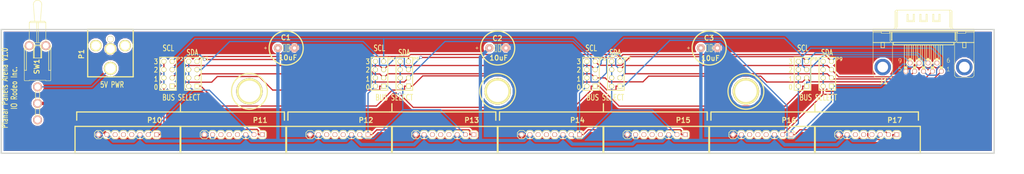
<source format=kicad_pcb>
(kicad_pcb (version 20171130) (host pcbnew 5.1.10)
  (title_block (date "13 feb 2013"))
  (layers (0 Front signal) (31 Back signal) (34 B.Paste user) (35 F.Paste user) (36 B.SilkS user) (37 F.SilkS user) (38 B.Mask user) (39 F.Mask user) (44 Edge.Cuts user))
  (net 0 "")
  (net 1 /5V)
  (net 2 /SCL0)
  (net 3 /SCL1)
  (net 4 /SCL2)
  (net 5 /SCL3)
  (net 6 /SCL_A)
  (net 7 /SCL_B)
  (net 8 /SCL_C)
  (net 9 /SCL_D)
  (net 10 /SDA0)
  (net 11 /SDA1)
  (net 12 /SDA2)
  (net 13 /SDA3)
  (net 14 /SDA_A)
  (net 15 /SDA_B)
  (net 16 /SDA_C)
  (net 17 /SDA_D)
  (net 18 GND)
  (net 19 N-000031)
  (module pin_array_4x2 (layer Front) (at 278.9936 39.0398 90)
    (fp_text reference P9 (at 4.4958 3.683 180) (layer F.SilkS) (effects (font (size 1.016 1.016) (thickness 0.2032))))
    (fp_text value CONN_4X2 hide)
    (pad 1 thru_hole rect (at -3.81 1.27 90) (size 1.524 1.524) (drill 1.016) (layers *.Cu *.Mask F.SilkS) (net 10 /SDA0))
    (pad 2 thru_hole circle (at -3.81 -1.27 90) (size 1.524 1.524) (drill 1.016) (layers *.Cu *.Mask F.SilkS) (net 17 /SDA_D))
    (pad 3 thru_hole circle (at -1.27 1.27 90) (size 1.524 1.524) (drill 1.016) (layers *.Cu *.Mask F.SilkS) (net 11 /SDA1))
    (pad 4 thru_hole circle (at -1.27 -1.27 90) (size 1.524 1.524) (drill 1.016) (layers *.Cu *.Mask F.SilkS) (net 17 /SDA_D))
    (pad 5 thru_hole circle (at 1.27 1.27 90) (size 1.524 1.524) (drill 1.016) (layers *.Cu *.Mask F.SilkS) (net 12 /SDA2))
    (pad 6 thru_hole circle (at 1.27 -1.27 90) (size 1.524 1.524) (drill 1.016) (layers *.Cu *.Mask F.SilkS) (net 17 /SDA_D))
    (pad 7 thru_hole circle (at 3.81 1.27 90) (size 1.524 1.524) (drill 1.016) (layers *.Cu *.Mask F.SilkS) (net 13 /SDA3))
    (pad 8 thru_hole circle (at 3.81 -1.27 90) (size 1.524 1.524) (drill 1.016) (layers *.Cu *.Mask F.SilkS) (net 17 /SDA_D))
  )
  (module pin_array_4x2 (layer Front) (at 271.3736 39.0398 90)
    (fp_text reference P8 (at 4.4958 3.683 180) (layer F.SilkS) (effects (font (size 1.016 1.016) (thickness 0.2032))))
    (fp_text value CONN_4X2 hide)
    (pad 1 thru_hole rect (at -3.81 1.27 90) (size 1.524 1.524) (drill 1.016) (layers *.Cu *.Mask F.SilkS) (net 2 /SCL0))
    (pad 2 thru_hole circle (at -3.81 -1.27 90) (size 1.524 1.524) (drill 1.016) (layers *.Cu *.Mask F.SilkS) (net 9 /SCL_D))
    (pad 3 thru_hole circle (at -1.27 1.27 90) (size 1.524 1.524) (drill 1.016) (layers *.Cu *.Mask F.SilkS) (net 3 /SCL1))
    (pad 4 thru_hole circle (at -1.27 -1.27 90) (size 1.524 1.524) (drill 1.016) (layers *.Cu *.Mask F.SilkS) (net 9 /SCL_D))
    (pad 5 thru_hole circle (at 1.27 1.27 90) (size 1.524 1.524) (drill 1.016) (layers *.Cu *.Mask F.SilkS) (net 4 /SCL2))
    (pad 6 thru_hole circle (at 1.27 -1.27 90) (size 1.524 1.524) (drill 1.016) (layers *.Cu *.Mask F.SilkS) (net 9 /SCL_D))
    (pad 7 thru_hole circle (at 3.81 1.27 90) (size 1.524 1.524) (drill 1.016) (layers *.Cu *.Mask F.SilkS) (net 5 /SCL3))
    (pad 8 thru_hole circle (at 3.81 -1.27 90) (size 1.524 1.524) (drill 1.016) (layers *.Cu *.Mask F.SilkS) (net 9 /SCL_D))
  )
  (module pin_array_4x2 (layer Front) (at 214.0712 39.0398 90)
    (fp_text reference P7 (at 4.5212 3.7084 180) (layer F.SilkS) (effects (font (size 1.016 1.016) (thickness 0.2032))))
    (fp_text value CONN_4X2 hide)
    (pad 1 thru_hole rect (at -3.81 1.27 90) (size 1.524 1.524) (drill 1.016) (layers *.Cu *.Mask F.SilkS) (net 10 /SDA0))
    (pad 2 thru_hole circle (at -3.81 -1.27 90) (size 1.524 1.524) (drill 1.016) (layers *.Cu *.Mask F.SilkS) (net 16 /SDA_C))
    (pad 3 thru_hole circle (at -1.27 1.27 90) (size 1.524 1.524) (drill 1.016) (layers *.Cu *.Mask F.SilkS) (net 11 /SDA1))
    (pad 4 thru_hole circle (at -1.27 -1.27 90) (size 1.524 1.524) (drill 1.016) (layers *.Cu *.Mask F.SilkS) (net 16 /SDA_C))
    (pad 5 thru_hole circle (at 1.27 1.27 90) (size 1.524 1.524) (drill 1.016) (layers *.Cu *.Mask F.SilkS) (net 12 /SDA2))
    (pad 6 thru_hole circle (at 1.27 -1.27 90) (size 1.524 1.524) (drill 1.016) (layers *.Cu *.Mask F.SilkS) (net 16 /SDA_C))
    (pad 7 thru_hole circle (at 3.81 1.27 90) (size 1.524 1.524) (drill 1.016) (layers *.Cu *.Mask F.SilkS) (net 13 /SDA3))
    (pad 8 thru_hole circle (at 3.81 -1.27 90) (size 1.524 1.524) (drill 1.016) (layers *.Cu *.Mask F.SilkS) (net 16 /SDA_C))
  )
  (module pin_array_4x2 (layer Front) (at 76.6064 39.0398 90)
    (fp_text reference P2 (at 4.5466 3.683 180) (layer F.SilkS) (effects (font (size 1.016 1.016) (thickness 0.2032))))
    (fp_text value CONN_4X2 hide)
    (pad 1 thru_hole rect (at -3.81 1.27 90) (size 1.524 1.524) (drill 1.016) (layers *.Cu *.Mask F.SilkS) (net 2 /SCL0))
    (pad 2 thru_hole circle (at -3.81 -1.27 90) (size 1.524 1.524) (drill 1.016) (layers *.Cu *.Mask F.SilkS) (net 6 /SCL_A))
    (pad 3 thru_hole circle (at -1.27 1.27 90) (size 1.524 1.524) (drill 1.016) (layers *.Cu *.Mask F.SilkS) (net 3 /SCL1))
    (pad 4 thru_hole circle (at -1.27 -1.27 90) (size 1.524 1.524) (drill 1.016) (layers *.Cu *.Mask F.SilkS) (net 6 /SCL_A))
    (pad 5 thru_hole circle (at 1.27 1.27 90) (size 1.524 1.524) (drill 1.016) (layers *.Cu *.Mask F.SilkS) (net 4 /SCL2))
    (pad 6 thru_hole circle (at 1.27 -1.27 90) (size 1.524 1.524) (drill 1.016) (layers *.Cu *.Mask F.SilkS) (net 6 /SCL_A))
    (pad 7 thru_hole circle (at 3.81 1.27 90) (size 1.524 1.524) (drill 1.016) (layers *.Cu *.Mask F.SilkS) (net 5 /SCL3))
    (pad 8 thru_hole circle (at 3.81 -1.27 90) (size 1.524 1.524) (drill 1.016) (layers *.Cu *.Mask F.SilkS) (net 6 /SCL_A))
  )
  (module pin_array_4x2 (layer Front) (at 84.2264 39.0398 90)
    (fp_text reference P3 (at 4.5466 3.7338 180) (layer F.SilkS) (effects (font (size 1.016 1.016) (thickness 0.2032))))
    (fp_text value CONN_4X2 hide)
    (pad 1 thru_hole rect (at -3.81 1.27 90) (size 1.524 1.524) (drill 1.016) (layers *.Cu *.Mask F.SilkS) (net 10 /SDA0))
    (pad 2 thru_hole circle (at -3.81 -1.27 90) (size 1.524 1.524) (drill 1.016) (layers *.Cu *.Mask F.SilkS) (net 14 /SDA_A))
    (pad 3 thru_hole circle (at -1.27 1.27 90) (size 1.524 1.524) (drill 1.016) (layers *.Cu *.Mask F.SilkS) (net 11 /SDA1))
    (pad 4 thru_hole circle (at -1.27 -1.27 90) (size 1.524 1.524) (drill 1.016) (layers *.Cu *.Mask F.SilkS) (net 14 /SDA_A))
    (pad 5 thru_hole circle (at 1.27 1.27 90) (size 1.524 1.524) (drill 1.016) (layers *.Cu *.Mask F.SilkS) (net 12 /SDA2))
    (pad 6 thru_hole circle (at 1.27 -1.27 90) (size 1.524 1.524) (drill 1.016) (layers *.Cu *.Mask F.SilkS) (net 14 /SDA_A))
    (pad 7 thru_hole circle (at 3.81 1.27 90) (size 1.524 1.524) (drill 1.016) (layers *.Cu *.Mask F.SilkS) (net 13 /SDA3))
    (pad 8 thru_hole circle (at 3.81 -1.27 90) (size 1.524 1.524) (drill 1.016) (layers *.Cu *.Mask F.SilkS) (net 14 /SDA_A))
  )
  (module pin_array_4x2 (layer Front) (at 141.5288 39.0398 90)
    (fp_text reference P4 (at 4.5212 3.7084 180) (layer F.SilkS) (effects (font (size 1.016 1.016) (thickness 0.2032))))
    (fp_text value CONN_4X2 hide)
    (pad 1 thru_hole rect (at -3.81 1.27 90) (size 1.524 1.524) (drill 1.016) (layers *.Cu *.Mask F.SilkS) (net 2 /SCL0))
    (pad 2 thru_hole circle (at -3.81 -1.27 90) (size 1.524 1.524) (drill 1.016) (layers *.Cu *.Mask F.SilkS) (net 7 /SCL_B))
    (pad 3 thru_hole circle (at -1.27 1.27 90) (size 1.524 1.524) (drill 1.016) (layers *.Cu *.Mask F.SilkS) (net 3 /SCL1))
    (pad 4 thru_hole circle (at -1.27 -1.27 90) (size 1.524 1.524) (drill 1.016) (layers *.Cu *.Mask F.SilkS) (net 7 /SCL_B))
    (pad 5 thru_hole circle (at 1.27 1.27 90) (size 1.524 1.524) (drill 1.016) (layers *.Cu *.Mask F.SilkS) (net 4 /SCL2))
    (pad 6 thru_hole circle (at 1.27 -1.27 90) (size 1.524 1.524) (drill 1.016) (layers *.Cu *.Mask F.SilkS) (net 7 /SCL_B))
    (pad 7 thru_hole circle (at 3.81 1.27 90) (size 1.524 1.524) (drill 1.016) (layers *.Cu *.Mask F.SilkS) (net 5 /SCL3))
    (pad 8 thru_hole circle (at 3.81 -1.27 90) (size 1.524 1.524) (drill 1.016) (layers *.Cu *.Mask F.SilkS) (net 7 /SCL_B))
  )
  (module pin_array_4x2 (layer Front) (at 149.1488 39.0398 90)
    (fp_text reference P5 (at 4.5212 3.6576 180) (layer F.SilkS) (effects (font (size 1.016 1.016) (thickness 0.2032))))
    (fp_text value CONN_4X2 hide)
    (pad 1 thru_hole rect (at -3.81 1.27 90) (size 1.524 1.524) (drill 1.016) (layers *.Cu *.Mask F.SilkS) (net 10 /SDA0))
    (pad 2 thru_hole circle (at -3.81 -1.27 90) (size 1.524 1.524) (drill 1.016) (layers *.Cu *.Mask F.SilkS) (net 15 /SDA_B))
    (pad 3 thru_hole circle (at -1.27 1.27 90) (size 1.524 1.524) (drill 1.016) (layers *.Cu *.Mask F.SilkS) (net 11 /SDA1))
    (pad 4 thru_hole circle (at -1.27 -1.27 90) (size 1.524 1.524) (drill 1.016) (layers *.Cu *.Mask F.SilkS) (net 15 /SDA_B))
    (pad 5 thru_hole circle (at 1.27 1.27 90) (size 1.524 1.524) (drill 1.016) (layers *.Cu *.Mask F.SilkS) (net 12 /SDA2))
    (pad 6 thru_hole circle (at 1.27 -1.27 90) (size 1.524 1.524) (drill 1.016) (layers *.Cu *.Mask F.SilkS) (net 15 /SDA_B))
    (pad 7 thru_hole circle (at 3.81 1.27 90) (size 1.524 1.524) (drill 1.016) (layers *.Cu *.Mask F.SilkS) (net 13 /SDA3))
    (pad 8 thru_hole circle (at 3.81 -1.27 90) (size 1.524 1.524) (drill 1.016) (layers *.Cu *.Mask F.SilkS) (net 15 /SDA_B))
  )
  (module pin_array_4x2 (layer Front) (at 206.4512 39.0398 90)
    (fp_text reference P6 (at 4.5212 3.6576 180) (layer F.SilkS) (effects (font (size 1.016 1.016) (thickness 0.2032))))
    (fp_text value CONN_4X2 hide)
    (pad 1 thru_hole rect (at -3.81 1.27 90) (size 1.524 1.524) (drill 1.016) (layers *.Cu *.Mask F.SilkS) (net 2 /SCL0))
    (pad 2 thru_hole circle (at -3.81 -1.27 90) (size 1.524 1.524) (drill 1.016) (layers *.Cu *.Mask F.SilkS) (net 8 /SCL_C))
    (pad 3 thru_hole circle (at -1.27 1.27 90) (size 1.524 1.524) (drill 1.016) (layers *.Cu *.Mask F.SilkS) (net 3 /SCL1))
    (pad 4 thru_hole circle (at -1.27 -1.27 90) (size 1.524 1.524) (drill 1.016) (layers *.Cu *.Mask F.SilkS) (net 8 /SCL_C))
    (pad 5 thru_hole circle (at 1.27 1.27 90) (size 1.524 1.524) (drill 1.016) (layers *.Cu *.Mask F.SilkS) (net 4 /SCL2))
    (pad 6 thru_hole circle (at 1.27 -1.27 90) (size 1.524 1.524) (drill 1.016) (layers *.Cu *.Mask F.SilkS) (net 8 /SCL_C))
    (pad 7 thru_hole circle (at 3.81 1.27 90) (size 1.524 1.524) (drill 1.016) (layers *.Cu *.Mask F.SilkS) (net 5 /SCL3))
    (pad 8 thru_hole circle (at 3.81 -1.27 90) (size 1.524 1.524) (drill 1.016) (layers *.Cu *.Mask F.SilkS) (net 8 /SCL_C))
  )
  (module JFRC_LPV-1 (layer Front) (at 36.5506 30.3784 180)
    (fp_text reference SW1 (at 0.2286 -6.4516 270) (layer F.SilkS) (effects (font (size 1.524 1.524) (thickness 0.3048))))
    (fp_text value SWITCH_INV hide)
    (pad 1 thru_hole oval (at 0 -12.7 180) (size 2.7813 2.7813) (drill 1.8542) (layers *.Cu *.SilkS *.Mask) (net 19 N-000031))
    (pad 2 thru_hole oval (at 0 -17.78 180) (size 2.7813 2.7813) (drill 1.8542) (layers *.Cu *.SilkS *.Mask) (net 1 /5V))
    (pad 3 thru_hole oval (at 0 -22.86 180) (size 2.7813 2.7813) (drill 1.8542) (layers *.Cu *.SilkS *.Mask))
    (pad "" thru_hole circle (at -2.54 0 180) (size 2.7813 2.7813) (drill 1.8542) (layers *.Cu *.SilkS *.Mask))
    (pad "" thru_hole circle (at 2.54 0 180) (size 2.7813 2.7813) (drill 1.8542) (layers *.Cu *.SilkS *.Mask))
  )
  (module JFRC_Capacitor_Polarized (layer Front) (at 242.7224 31.115)
    (fp_text reference C3 (at -0.0508 -3.0988) (layer F.SilkS) (effects (font (size 1.524 1.524) (thickness 0.3048))))
    (fp_text value 10uF (at 0.381 3.1496) (layer F.SilkS) (effects (font (size 1.524 1.524) (thickness 0.3048))))
    (pad 1 thru_hole circle (at -2.54 0) (size 2.54 2.54) (drill 1.016) (layers *.Cu *.SilkS *.Mask) (net 1 /5V))
    (pad 2 thru_hole circle (at 2.54 0) (size 2.54 2.54) (drill 1.016) (layers *.Cu *.SilkS *.Mask) (net 18 GND))
  )
  (module JFRC_Capacitor_Polarized (layer Front) (at 177.8 31.115)
    (fp_text reference C2 (at -0.0762 -2.9718) (layer F.SilkS) (effects (font (size 1.524 1.524) (thickness 0.3048))))
    (fp_text value 10uF (at 0.3048 3.048) (layer F.SilkS) (effects (font (size 1.524 1.524) (thickness 0.3048))))
    (pad 1 thru_hole circle (at -2.54 0) (size 2.54 2.54) (drill 1.016) (layers *.Cu *.SilkS *.Mask) (net 1 /5V))
    (pad 2 thru_hole circle (at 2.54 0) (size 2.54 2.54) (drill 1.016) (layers *.Cu *.SilkS *.Mask) (net 18 GND))
  )
  (module JFRC_Capacitor_Polarized (layer Front) (at 112.8776 31.115)
    (fp_text reference C1 (at -0.1016 -3.2258) (layer F.SilkS) (effects (font (size 1.524 1.524) (thickness 0.3048))))
    (fp_text value 10uF (at 0.5334 2.9718) (layer F.SilkS) (effects (font (size 1.524 1.524) (thickness 0.3048))))
    (pad 1 thru_hole circle (at -2.54 0) (size 2.54 2.54) (drill 1.016) (layers *.Cu *.SilkS *.Mask) (net 1 /5V))
    (pad 2 thru_hole circle (at 2.54 0) (size 2.54 2.54) (drill 1.016) (layers *.Cu *.SilkS *.Mask) (net 18 GND))
  )
  (module DCJACK_2PIN_HIGHCURRENT (layer Front) (at 58.928 25.3746)
    (fp_text reference P1 (at -8.89 7.62 90) (layer F.SilkS) (effects (font (size 1.524 1.524) (thickness 0.3048))))
    (fp_text value CONN_2 hide)
    (pad "" thru_hole circle (at 0 2.9972) (size 1.9304 1.9304) (drill 1.6002) (layers *.Cu *.Mask F.SilkS))
    (pad 2 thru_hole circle (at 0 5.9944) (size 3.556 3.556) (drill 2.6924) (layers *.Cu *.Mask F.SilkS) (net 18 GND))
    (pad 1 thru_hole circle (at 0 11.9888) (size 4.064 4.064) (drill 3.1496) (layers *.Cu *.Mask F.SilkS) (net 19 N-000031))
    (pad "" thru_hole circle (at -4.4958 5.0038) (size 3.556 3.556) (drill 2.6924) (layers *.Cu *.Mask F.SilkS))
    (pad "" thru_hole circle (at 4.4958 5.0038) (size 3.556 3.556) (drill 2.6924) (layers *.Cu *.Mask F.SilkS))
  )
  (module DB9_M09 (layer Front) (at 308.5338 36.9824 180)
    (fp_text reference J1 (at 12.319 -4.445 180) (layer F.SilkS) (effects (font (size 1.524 1.524) (thickness 0.3048))))
    (fp_text value DB9 hide)
    (fp_text user 1 (at -7.62 -0.635 180) (layer F.SilkS) (effects (font (size 1.27 1.27) (thickness 0.127))))
    (fp_text user 5 (at 7.23646 -0.635 180) (layer F.SilkS) (effects (font (size 1.27 1.27) (thickness 0.127))))
    (fp_text user 9 (at 7.23646 1.905 180) (layer F.SilkS) (effects (font (size 1.27 1.27) (thickness 0.127))))
    (fp_text user 6 (at -7.62 2.032 180) (layer F.SilkS) (effects (font (size 1.27 1.27) (thickness 0.127))))
    (pad 1 thru_hole circle (at -5.4864 -1.27 180) (size 1.524 1.524) (drill 1.016) (layers *.Cu *.SilkS *.Mask) (net 3 /SCL1))
    (pad 2 thru_hole circle (at -2.7432 -1.27 180) (size 1.524 1.524) (drill 1.016) (layers *.Cu *.SilkS *.Mask) (net 11 /SDA1))
    (pad 3 thru_hole circle (at 0 -1.27 180) (size 1.524 1.524) (drill 1.016) (layers *.Cu *.SilkS *.Mask) (net 4 /SCL2))
    (pad 4 thru_hole circle (at 2.7432 -1.27 180) (size 1.524 1.524) (drill 1.016) (layers *.Cu *.SilkS *.Mask) (net 12 /SDA2))
    (pad 5 thru_hole circle (at 5.4864 -1.27 180) (size 1.524 1.524) (drill 1.016) (layers *.Cu *.SilkS *.Mask) (net 18 GND))
    (pad 6 thru_hole circle (at -4.1148 1.27 180) (size 1.524 1.524) (drill 1.016) (layers *.Cu *.SilkS *.Mask) (net 2 /SCL0))
    (pad 7 thru_hole circle (at -1.3716 1.27 180) (size 1.524 1.524) (drill 1.016) (layers *.Cu *.SilkS *.Mask) (net 5 /SCL3))
    (pad 8 thru_hole circle (at 1.3716 1.27 180) (size 1.524 1.524) (drill 1.016) (layers *.Cu *.SilkS *.Mask) (net 10 /SDA0))
    (pad 9 thru_hole circle (at 4.1148 1.27 180) (size 1.524 1.524) (drill 1.016) (layers *.Cu *.SilkS *.Mask) (net 13 /SDA3))
    (pad "" thru_hole circle (at -12.5222 0 180) (size 5.08 5.08) (drill 3.302) (layers *.Cu))
    (pad "" thru_hole circle (at 12.5222 0 180) (size 5.08 5.08) (drill 3.302) (layers *.Cu))
  )
  (module 1%2f4-20 (layer Front) (at 101.6 44.45)
    (fp_text reference M1 hide)
    (fp_text value "" hide)
    (pad "" thru_hole circle (at 0 0) (size 8.128 8.128) (drill 6.604) (layers *.Cu *.Mask F.SilkS))
  )
  (module 1%2f4-20 (layer Front) (at 177.8 44.45)
    (fp_text reference M2 hide)
    (fp_text value "" hide)
    (pad "" thru_hole circle (at 0 0) (size 8.128 8.128) (drill 6.604) (layers *.Cu *.Mask F.SilkS))
  )
  (module 1%2f4-20 (layer Front) (at 254 44.45)
    (fp_text reference M3 hide)
    (fp_text value "" hide)
    (pad "" thru_hole circle (at 0 0) (size 8.128 8.128) (drill 6.604) (layers *.Cu *.Mask F.SilkS))
  )
  (module PANEL_RT_ANG_INV (layer Front) (at 291.4142 57.785)
    (fp_text reference P17 (at 8.255 -4.445) (layer F.SilkS) (effects (font (size 1.524 1.524) (thickness 0.3048))))
    (fp_text value CONN_8 hide)
    (pad 8 thru_hole circle (at -8.89 0) (size 1.524 1.524) (drill 1.016) (layers *.Cu *.SilkS *.Mask) (net 18 GND))
    (pad 7 thru_hole circle (at -6.35 0) (size 1.524 1.524) (drill 1.016) (layers *.Cu *.SilkS *.Mask) (net 1 /5V))
    (pad 6 thru_hole circle (at -3.81 0) (size 1.524 1.524) (drill 1.016) (layers *.Cu *.SilkS *.Mask))
    (pad 5 thru_hole circle (at -1.27 0) (size 1.524 1.524) (drill 1.016) (layers *.Cu *.SilkS *.Mask))
    (pad 4 thru_hole circle (at 1.27 0) (size 1.524 1.524) (drill 1.016) (layers *.Cu *.SilkS *.Mask))
    (pad 3 thru_hole circle (at 3.81 0) (size 1.524 1.524) (drill 1.016) (layers *.Cu *.SilkS *.Mask) (net 1 /5V))
    (pad 2 thru_hole circle (at 6.35 0) (size 1.524 1.524) (drill 1.016) (layers *.Cu *.SilkS *.Mask) (net 17 /SDA_D))
    (pad 1 thru_hole rect (at 8.89 0) (size 1.524 1.524) (drill 1.016) (layers *.Cu *.SilkS *.Mask) (net 9 /SCL_D))
  )
  (module PANEL_RT_ANG_INV (layer Front) (at 258.953 57.785)
    (fp_text reference P16 (at 8.255 -4.445) (layer F.SilkS) (effects (font (size 1.524 1.524) (thickness 0.3048))))
    (fp_text value CONN_8 hide)
    (pad 8 thru_hole circle (at -8.89 0) (size 1.524 1.524) (drill 1.016) (layers *.Cu *.SilkS *.Mask) (net 18 GND))
    (pad 7 thru_hole circle (at -6.35 0) (size 1.524 1.524) (drill 1.016) (layers *.Cu *.SilkS *.Mask) (net 1 /5V))
    (pad 6 thru_hole circle (at -3.81 0) (size 1.524 1.524) (drill 1.016) (layers *.Cu *.SilkS *.Mask))
    (pad 5 thru_hole circle (at -1.27 0) (size 1.524 1.524) (drill 1.016) (layers *.Cu *.SilkS *.Mask))
    (pad 4 thru_hole circle (at 1.27 0) (size 1.524 1.524) (drill 1.016) (layers *.Cu *.SilkS *.Mask))
    (pad 3 thru_hole circle (at 3.81 0) (size 1.524 1.524) (drill 1.016) (layers *.Cu *.SilkS *.Mask) (net 1 /5V))
    (pad 2 thru_hole circle (at 6.35 0) (size 1.524 1.524) (drill 1.016) (layers *.Cu *.SilkS *.Mask) (net 17 /SDA_D))
    (pad 1 thru_hole rect (at 8.89 0) (size 1.524 1.524) (drill 1.016) (layers *.Cu *.SilkS *.Mask) (net 9 /SCL_D))
  )
  (module PANEL_RT_ANG_INV (layer Front) (at 226.4918 57.785)
    (fp_text reference P15 (at 8.255 -4.445) (layer F.SilkS) (effects (font (size 1.524 1.524) (thickness 0.3048))))
    (fp_text value CONN_8 hide)
    (pad 8 thru_hole circle (at -8.89 0) (size 1.524 1.524) (drill 1.016) (layers *.Cu *.SilkS *.Mask) (net 18 GND))
    (pad 7 thru_hole circle (at -6.35 0) (size 1.524 1.524) (drill 1.016) (layers *.Cu *.SilkS *.Mask) (net 1 /5V))
    (pad 6 thru_hole circle (at -3.81 0) (size 1.524 1.524) (drill 1.016) (layers *.Cu *.SilkS *.Mask))
    (pad 5 thru_hole circle (at -1.27 0) (size 1.524 1.524) (drill 1.016) (layers *.Cu *.SilkS *.Mask))
    (pad 4 thru_hole circle (at 1.27 0) (size 1.524 1.524) (drill 1.016) (layers *.Cu *.SilkS *.Mask))
    (pad 3 thru_hole circle (at 3.81 0) (size 1.524 1.524) (drill 1.016) (layers *.Cu *.SilkS *.Mask) (net 1 /5V))
    (pad 2 thru_hole circle (at 6.35 0) (size 1.524 1.524) (drill 1.016) (layers *.Cu *.SilkS *.Mask) (net 16 /SDA_C))
    (pad 1 thru_hole rect (at 8.89 0) (size 1.524 1.524) (drill 1.016) (layers *.Cu *.SilkS *.Mask) (net 8 /SCL_C))
  )
  (module PANEL_RT_ANG_INV (layer Front) (at 194.0306 57.785)
    (fp_text reference P14 (at 8.255 -4.445) (layer F.SilkS) (effects (font (size 1.524 1.524) (thickness 0.3048))))
    (fp_text value CONN_8 hide)
    (pad 8 thru_hole circle (at -8.89 0) (size 1.524 1.524) (drill 1.016) (layers *.Cu *.SilkS *.Mask) (net 18 GND))
    (pad 7 thru_hole circle (at -6.35 0) (size 1.524 1.524) (drill 1.016) (layers *.Cu *.SilkS *.Mask) (net 1 /5V))
    (pad 6 thru_hole circle (at -3.81 0) (size 1.524 1.524) (drill 1.016) (layers *.Cu *.SilkS *.Mask))
    (pad 5 thru_hole circle (at -1.27 0) (size 1.524 1.524) (drill 1.016) (layers *.Cu *.SilkS *.Mask))
    (pad 4 thru_hole circle (at 1.27 0) (size 1.524 1.524) (drill 1.016) (layers *.Cu *.SilkS *.Mask))
    (pad 3 thru_hole circle (at 3.81 0) (size 1.524 1.524) (drill 1.016) (layers *.Cu *.SilkS *.Mask) (net 1 /5V))
    (pad 2 thru_hole circle (at 6.35 0) (size 1.524 1.524) (drill 1.016) (layers *.Cu *.SilkS *.Mask) (net 16 /SDA_C))
    (pad 1 thru_hole rect (at 8.89 0) (size 1.524 1.524) (drill 1.016) (layers *.Cu *.SilkS *.Mask) (net 8 /SCL_C))
  )
  (module PANEL_RT_ANG_INV (layer Front) (at 161.5694 57.785)
    (fp_text reference P13 (at 8.255 -4.445) (layer F.SilkS) (effects (font (size 1.524 1.524) (thickness 0.3048))))
    (fp_text value CONN_8 hide)
    (pad 8 thru_hole circle (at -8.89 0) (size 1.524 1.524) (drill 1.016) (layers *.Cu *.SilkS *.Mask) (net 18 GND))
    (pad 7 thru_hole circle (at -6.35 0) (size 1.524 1.524) (drill 1.016) (layers *.Cu *.SilkS *.Mask) (net 1 /5V))
    (pad 6 thru_hole circle (at -3.81 0) (size 1.524 1.524) (drill 1.016) (layers *.Cu *.SilkS *.Mask))
    (pad 5 thru_hole circle (at -1.27 0) (size 1.524 1.524) (drill 1.016) (layers *.Cu *.SilkS *.Mask))
    (pad 4 thru_hole circle (at 1.27 0) (size 1.524 1.524) (drill 1.016) (layers *.Cu *.SilkS *.Mask))
    (pad 3 thru_hole circle (at 3.81 0) (size 1.524 1.524) (drill 1.016) (layers *.Cu *.SilkS *.Mask) (net 1 /5V))
    (pad 2 thru_hole circle (at 6.35 0) (size 1.524 1.524) (drill 1.016) (layers *.Cu *.SilkS *.Mask) (net 15 /SDA_B))
    (pad 1 thru_hole rect (at 8.89 0) (size 1.524 1.524) (drill 1.016) (layers *.Cu *.SilkS *.Mask) (net 7 /SCL_B))
  )
  (module PANEL_RT_ANG_INV (layer Front) (at 64.1858 57.785)
    (fp_text reference P10 (at 8.255 -4.445) (layer F.SilkS) (effects (font (size 1.524 1.524) (thickness 0.3048))))
    (fp_text value CONN_8 hide)
    (pad 8 thru_hole circle (at -8.89 0) (size 1.524 1.524) (drill 1.016) (layers *.Cu *.SilkS *.Mask) (net 18 GND))
    (pad 7 thru_hole circle (at -6.35 0) (size 1.524 1.524) (drill 1.016) (layers *.Cu *.SilkS *.Mask) (net 1 /5V))
    (pad 6 thru_hole circle (at -3.81 0) (size 1.524 1.524) (drill 1.016) (layers *.Cu *.SilkS *.Mask))
    (pad 5 thru_hole circle (at -1.27 0) (size 1.524 1.524) (drill 1.016) (layers *.Cu *.SilkS *.Mask))
    (pad 4 thru_hole circle (at 1.27 0) (size 1.524 1.524) (drill 1.016) (layers *.Cu *.SilkS *.Mask))
    (pad 3 thru_hole circle (at 3.81 0) (size 1.524 1.524) (drill 1.016) (layers *.Cu *.SilkS *.Mask) (net 1 /5V))
    (pad 2 thru_hole circle (at 6.35 0) (size 1.524 1.524) (drill 1.016) (layers *.Cu *.SilkS *.Mask) (net 14 /SDA_A))
    (pad 1 thru_hole rect (at 8.89 0) (size 1.524 1.524) (drill 1.016) (layers *.Cu *.SilkS *.Mask) (net 6 /SCL_A))
  )
  (module PANEL_RT_ANG_INV (layer Front) (at 96.647 57.785)
    (fp_text reference P11 (at 8.255 -4.445) (layer F.SilkS) (effects (font (size 1.524 1.524) (thickness 0.3048))))
    (fp_text value CONN_8 hide)
    (pad 8 thru_hole circle (at -8.89 0) (size 1.524 1.524) (drill 1.016) (layers *.Cu *.SilkS *.Mask) (net 18 GND))
    (pad 7 thru_hole circle (at -6.35 0) (size 1.524 1.524) (drill 1.016) (layers *.Cu *.SilkS *.Mask) (net 1 /5V))
    (pad 6 thru_hole circle (at -3.81 0) (size 1.524 1.524) (drill 1.016) (layers *.Cu *.SilkS *.Mask))
    (pad 5 thru_hole circle (at -1.27 0) (size 1.524 1.524) (drill 1.016) (layers *.Cu *.SilkS *.Mask))
    (pad 4 thru_hole circle (at 1.27 0) (size 1.524 1.524) (drill 1.016) (layers *.Cu *.SilkS *.Mask))
    (pad 3 thru_hole circle (at 3.81 0) (size 1.524 1.524) (drill 1.016) (layers *.Cu *.SilkS *.Mask) (net 1 /5V))
    (pad 2 thru_hole circle (at 6.35 0) (size 1.524 1.524) (drill 1.016) (layers *.Cu *.SilkS *.Mask) (net 14 /SDA_A))
    (pad 1 thru_hole rect (at 8.89 0) (size 1.524 1.524) (drill 1.016) (layers *.Cu *.SilkS *.Mask) (net 6 /SCL_A))
  )
  (module PANEL_RT_ANG_INV (layer Front) (at 129.1082 57.785)
    (fp_text reference P12 (at 8.255 -4.445) (layer F.SilkS) (effects (font (size 1.524 1.524) (thickness 0.3048))))
    (fp_text value CONN_8 hide)
    (pad 8 thru_hole circle (at -8.89 0) (size 1.524 1.524) (drill 1.016) (layers *.Cu *.SilkS *.Mask) (net 18 GND))
    (pad 7 thru_hole circle (at -6.35 0) (size 1.524 1.524) (drill 1.016) (layers *.Cu *.SilkS *.Mask) (net 1 /5V))
    (pad 6 thru_hole circle (at -3.81 0) (size 1.524 1.524) (drill 1.016) (layers *.Cu *.SilkS *.Mask))
    (pad 5 thru_hole circle (at -1.27 0) (size 1.524 1.524) (drill 1.016) (layers *.Cu *.SilkS *.Mask))
    (pad 4 thru_hole circle (at 1.27 0) (size 1.524 1.524) (drill 1.016) (layers *.Cu *.SilkS *.Mask))
    (pad 3 thru_hole circle (at 3.81 0) (size 1.524 1.524) (drill 1.016) (layers *.Cu *.SilkS *.Mask) (net 1 /5V))
    (pad 2 thru_hole circle (at 6.35 0) (size 1.524 1.524) (drill 1.016) (layers *.Cu *.SilkS *.Mask) (net 15 /SDA_B))
    (pad 1 thru_hole rect (at 8.89 0) (size 1.524 1.524) (drill 1.016) (layers *.Cu *.SilkS *.Mask) (net 7 /SCL_B))
  )
  (gr_text "Planar Panels Arena V1.0\nIO Rodeo Inc." (at 27.94 43.434 90) (layer F.SilkS) (effects (font (size 1.778 1.27) (thickness 0.254))))
  (gr_text "5V PWR" (at 59.436 42.418) (layer F.SilkS) (effects (font (size 1.778 1.27) (thickness 0.254))))
  (gr_text SDA (at 278.892 32.512) (layer F.SilkS) (effects (font (size 1.778 1.27) (thickness 0.254))))
  (gr_text "\nSCL" (at 271.526 29.718) (layer F.SilkS) (effects (font (size 1.778 1.27) (thickness 0.254))))
  (gr_text SDA (at 213.868 32.512) (layer F.SilkS) (effects (font (size 1.778 1.27) (thickness 0.254))))
  (gr_text "\nSCL" (at 206.502 29.718) (layer F.SilkS) (effects (font (size 1.778 1.27) (thickness 0.254))))
  (gr_text SDA (at 149.098 32.512) (layer F.SilkS) (effects (font (size 1.778 1.27) (thickness 0.254))))
  (gr_text "\nSCL" (at 141.478 29.718) (layer F.SilkS) (effects (font (size 1.778 1.27) (thickness 0.254))))
  (gr_text SDA (at 84.074 32.512) (layer F.SilkS) (effects (font (size 1.778 1.27) (thickness 0.254))))
  (gr_text "\nSCL" (at 76.708 29.718) (layer F.SilkS) (effects (font (size 1.778 1.27) (thickness 0.254))))
  (gr_text 3 (at 267.716 35.306) (layer F.SilkS) (effects (font (size 1.524 1.27) (thickness 0.254))))
  (gr_text 2 (at 267.716 37.846) (layer F.SilkS) (effects (font (size 1.524 1.27) (thickness 0.254))))
  (gr_text 1 (at 267.716 40.64) (layer F.SilkS) (effects (font (size 1.524 1.27) (thickness 0.254))))
  (gr_text 0 (at 267.716 43.18) (layer F.SilkS) (effects (font (size 1.524 1.27) (thickness 0.254))))
  (gr_text 0 (at 202.692 43.18) (layer F.SilkS) (effects (font (size 1.524 1.27) (thickness 0.254))))
  (gr_text 1 (at 202.692 40.64) (layer F.SilkS) (effects (font (size 1.524 1.27) (thickness 0.254))))
  (gr_text 2 (at 202.692 37.846) (layer F.SilkS) (effects (font (size 1.524 1.27) (thickness 0.254))))
  (gr_text 3 (at 202.692 35.306) (layer F.SilkS) (effects (font (size 1.524 1.27) (thickness 0.254))))
  (gr_text 3 (at 137.922 35.306) (layer F.SilkS) (effects (font (size 1.524 1.27) (thickness 0.254))))
  (gr_text 2 (at 137.922 37.846) (layer F.SilkS) (effects (font (size 1.524 1.27) (thickness 0.254))))
  (gr_text 1 (at 137.922 40.64) (layer F.SilkS) (effects (font (size 1.524 1.27) (thickness 0.254))))
  (gr_text 0 (at 137.922 43.18) (layer F.SilkS) (effects (font (size 1.524 1.27) (thickness 0.254))))
  (gr_text 0 (at 72.898 43.18) (layer F.SilkS) (effects (font (size 1.524 1.27) (thickness 0.254))))
  (gr_text 1 (at 72.898 40.64) (layer F.SilkS) (effects (font (size 1.524 1.27) (thickness 0.254))))
  (gr_text 2 (at 72.898 37.846) (layer F.SilkS) (effects (font (size 1.524 1.27) (thickness 0.254))))
  (gr_text 3 (at 72.898 35.306) (layer F.SilkS) (effects (font (size 1.524 1.27) (thickness 0.254))))
  (gr_text "BUS SELECT" (at 276.225 46.355) (layer F.SilkS) (effects (font (size 1.778 1.27) (thickness 0.254))))
  (gr_text "BUS SELECT" (at 210.82 46.355) (layer F.SilkS) (effects (font (size 1.778 1.27) (thickness 0.254))))
  (gr_text "BUS SELECT" (at 146.05 46.355) (layer F.SilkS) (effects (font (size 1.778 1.27) (thickness 0.254))))
  (gr_text "BUS SELECT" (at 80.645 46.355) (layer F.SilkS) (effects (font (size 1.778 1.27) (thickness 0.254))))
  (gr_line (start 275.1836 50.8) (end 275.1836 48.2346) (angle 90) (layer F.SilkS) (width 0.381))
  (gr_line (start 210.2612 50.8) (end 210.2612 48.26) (angle 90) (layer F.SilkS) (width 0.381))
  (gr_line (start 145.3388 50.8) (end 145.3388 48.26) (angle 90) (layer F.SilkS) (width 0.381))
  (gr_line (start 80.4164 50.8) (end 80.4164 48.26) (angle 90) (layer F.SilkS) (width 0.381))
  (gr_line (start 306.959 50.8) (end 306.959 53.34) (angle 90) (layer F.SilkS) (width 0.381))
  (gr_line (start 243.2685 50.8) (end 306.959 50.8) (angle 90) (layer F.SilkS) (width 0.381))
  (gr_line (start 243.2685 53.34) (end 243.2685 50.8) (angle 90) (layer F.SilkS) (width 0.381))
  (gr_line (start 242.1255 50.8) (end 242.1255 53.34) (angle 90) (layer F.SilkS) (width 0.381))
  (gr_line (start 178.3715 50.8) (end 242.1255 50.8) (angle 90) (layer F.SilkS) (width 0.381))
  (gr_line (start 144.78 50.8) (end 145.796 50.8) (angle 90) (layer F.SilkS) (width 0.381))
  (gr_line (start 79.9465 50.8) (end 80.9625 50.8) (angle 90) (layer F.SilkS) (width 0.381))
  (gr_line (start 178.3715 53.34) (end 178.3715 50.8) (angle 90) (layer F.SilkS) (width 0.381))
  (gr_line (start 177.2285 50.8) (end 177.2285 53.34) (angle 90) (layer F.SilkS) (width 0.381))
  (gr_line (start 145.8595 50.8) (end 177.2285 50.8) (angle 90) (layer F.SilkS) (width 0.381))
  (gr_line (start 113.411 50.8) (end 144.78 50.8) (angle 90) (layer F.SilkS) (width 0.381))
  (gr_line (start 113.411 53.34) (end 113.411 50.8) (angle 90) (layer F.SilkS) (width 0.381))
  (gr_line (start 112.3315 50.8) (end 112.3315 53.34) (angle 90) (layer F.SilkS) (width 0.381))
  (gr_line (start 80.9625 50.8) (end 112.3315 50.8) (angle 90) (layer F.SilkS) (width 0.381))
  (gr_line (start 48.5775 50.8) (end 79.883 50.8) (angle 90) (layer F.SilkS) (width 0.381))
  (gr_line (start 48.5775 53.34) (end 48.5775 50.8) (angle 90) (layer F.SilkS) (width 0.381))
  (gr_line (start 25.4 25.4) (end 330.2 25.4) (angle 90) (layer Edge.Cuts) (width 0.381))
  (gr_line (start 25.4 63.5) (end 330.2 63.5) (angle 90) (layer Edge.Cuts) (width 0.381))
  (gr_line (start 330.2 25.4) (end 330.2 63.5) (angle 90) (layer Edge.Cuts) (width 0.381))
  (gr_line (start 25.4 25.4) (end 25.4 63.5) (angle 90) (layer Edge.Cuts) (width 0.381))
  (segment (start 90.297 59.74588) (end 90.297 57.785) (width 1.016) (layer Back) (net 1))
  (segment (start 98.49612 59.74588) (end 90.297 59.74588) (width 1.016) (layer Back) (net 1))
  (segment (start 100.457 57.785) (end 98.49612 59.74588) (width 1.016) (layer Back) (net 1))
  (segment (start 69.95668 59.74588) (end 67.9958 57.785) (width 1.016) (layer Back) (net 1))
  (segment (start 90.297 59.74588) (end 69.95668 59.74588) (width 1.016) (layer Back) (net 1))
  (segment (start 189.46876 59.57316) (end 187.6806 57.785) (width 1.016) (layer Back) (net 1))
  (segment (start 196.05244 59.57316) (end 189.46876 59.57316) (width 1.016) (layer Back) (net 1))
  (segment (start 197.8406 57.785) (end 196.05244 59.57316) (width 1.016) (layer Back) (net 1))
  (segment (start 254.39116 59.57316) (end 252.603 57.785) (width 1.016) (layer Back) (net 1))
  (segment (start 260.97484 59.57316) (end 254.39116 59.57316) (width 1.016) (layer Back) (net 1))
  (segment (start 262.763 57.785) (end 260.97484 59.57316) (width 1.016) (layer Back) (net 1))
  (segment (start 286.85236 59.57316) (end 285.0642 57.785) (width 1.016) (layer Back) (net 1))
  (segment (start 293.43604 59.57316) (end 286.85236 59.57316) (width 1.016) (layer Back) (net 1))
  (segment (start 295.2242 57.785) (end 293.43604 59.57316) (width 1.016) (layer Back) (net 1))
  (segment (start 59.80938 59.75858) (end 57.8358 57.785) (width 1.016) (layer Back) (net 1))
  (segment (start 66.02222 59.75858) (end 59.80938 59.75858) (width 1.016) (layer Back) (net 1))
  (segment (start 67.9958 57.785) (end 66.02222 59.75858) (width 1.016) (layer Back) (net 1))
  (segment (start 281.94508 60.90412) (end 285.0642 57.785) (width 1.016) (layer Back) (net 1))
  (segment (start 265.88212 60.90412) (end 281.94508 60.90412) (width 1.016) (layer Back) (net 1))
  (segment (start 262.763 57.785) (end 265.88212 60.90412) (width 1.016) (layer Back) (net 1))
  (segment (start 132.9182 57.785) (end 132.9182 57.87136) (width 1.016) (layer Back) (net 1))
  (segment (start 152.146 60.8584) (end 155.2194 57.785) (width 1.016) (layer Back) (net 1))
  (segment (start 135.90524 60.8584) (end 152.146 60.8584) (width 1.016) (layer Back) (net 1))
  (segment (start 132.9182 57.87136) (end 135.90524 60.8584) (width 1.016) (layer Back) (net 1))
  (segment (start 220.1418 59.74588) (end 220.1418 57.785) (width 1.016) (layer Back) (net 1))
  (segment (start 219.19946 60.68822) (end 220.1418 59.74588) (width 1.016) (layer Back) (net 1))
  (segment (start 200.74382 60.68822) (end 219.19946 60.68822) (width 1.016) (layer Back) (net 1))
  (segment (start 197.8406 57.785) (end 200.74382 60.68822) (width 1.016) (layer Back) (net 1))
  (segment (start 228.34092 59.74588) (end 230.3018 57.785) (width 1.016) (layer Back) (net 1))
  (segment (start 220.1418 59.74588) (end 228.34092 59.74588) (width 1.016) (layer Back) (net 1))
  (segment (start 240.1824 59.57316) (end 240.1824 31.115) (width 1.016) (layer Back) (net 1))
  (segment (start 232.08996 59.57316) (end 240.1824 59.57316) (width 1.016) (layer Back) (net 1))
  (segment (start 230.3018 57.785) (end 232.08996 59.57316) (width 1.016) (layer Back) (net 1))
  (segment (start 250.81484 59.57316) (end 252.603 57.785) (width 1.016) (layer Back) (net 1))
  (segment (start 240.1824 59.57316) (end 250.81484 59.57316) (width 1.016) (layer Back) (net 1))
  (segment (start 157.00756 59.57316) (end 155.2194 57.785) (width 1.016) (layer Back) (net 1))
  (segment (start 163.59124 59.57316) (end 157.00756 59.57316) (width 1.016) (layer Back) (net 1))
  (segment (start 165.3794 57.785) (end 163.59124 59.57316) (width 1.016) (layer Back) (net 1))
  (segment (start 172.50156 33.87344) (end 175.26 31.115) (width 1.016) (layer Back) (net 1))
  (segment (start 172.50156 59.57316) (end 172.50156 33.87344) (width 1.016) (layer Back) (net 1))
  (segment (start 167.16756 59.57316) (end 172.50156 59.57316) (width 1.016) (layer Back) (net 1))
  (segment (start 165.3794 57.785) (end 167.16756 59.57316) (width 1.016) (layer Back) (net 1))
  (segment (start 185.89244 59.57316) (end 187.6806 57.785) (width 1.016) (layer Back) (net 1))
  (segment (start 172.50156 59.57316) (end 185.89244 59.57316) (width 1.016) (layer Back) (net 1))
  (segment (start 48.2092 48.1584) (end 36.5506 48.1584) (width 1.016) (layer Front) (net 1))
  (segment (start 57.8358 57.785) (end 48.2092 48.1584) (width 1.016) (layer Front) (net 1))
  (segment (start 124.54636 59.57316) (end 122.7582 57.785) (width 1.016) (layer Back) (net 1))
  (segment (start 131.2164 59.57316) (end 124.54636 59.57316) (width 1.016) (layer Back) (net 1))
  (segment (start 132.9182 57.87136) (end 131.2164 59.57316) (width 1.016) (layer Back) (net 1))
  (segment (start 110.3376 59.57316) (end 110.3376 31.115) (width 1.016) (layer Back) (net 1))
  (segment (start 120.97004 59.57316) (end 110.3376 59.57316) (width 1.016) (layer Back) (net 1))
  (segment (start 122.7582 57.785) (end 120.97004 59.57316) (width 1.016) (layer Back) (net 1))
  (segment (start 102.24516 59.57316) (end 100.457 57.785) (width 1.016) (layer Back) (net 1))
  (segment (start 110.3376 59.57316) (end 102.24516 59.57316) (width 1.016) (layer Back) (net 1))
  (via (at 147.77212 45.29328) (size 0.889) (layers Front Back) (net 2))
  (segment (start 142.7988 42.8498) (end 141.58468 42.8498) (width 0.381) (layer Front) (net 2))
  (segment (start 77.8764 42.8498) (end 79.09052 42.8498) (width 0.381) (layer Front) (net 2))
  (segment (start 146.4564 45.29328) (end 144.01292 42.8498) (width 0.381) (layer Back) (net 2))
  (segment (start 147.77212 45.29328) (end 146.4564 45.29328) (width 0.381) (layer Back) (net 2))
  (segment (start 142.7988 42.8498) (end 144.01292 42.8498) (width 0.381) (layer Back) (net 2))
  (segment (start 141.58468 43.9547) (end 141.58468 42.8498) (width 0.381) (layer Front) (net 2))
  (segment (start 141.47546 44.06392) (end 141.58468 43.9547) (width 0.381) (layer Front) (net 2))
  (segment (start 108.7247 44.06392) (end 141.47546 44.06392) (width 0.381) (layer Front) (net 2))
  (segment (start 104.5464 39.88562) (end 108.7247 44.06392) (width 0.381) (layer Front) (net 2))
  (segment (start 91.75242 39.88562) (end 104.5464 39.88562) (width 0.381) (layer Front) (net 2))
  (segment (start 90.00236 41.63568) (end 91.75242 39.88562) (width 0.381) (layer Front) (net 2))
  (segment (start 80.30464 41.63568) (end 90.00236 41.63568) (width 0.381) (layer Front) (net 2))
  (segment (start 79.09052 42.8498) (end 80.30464 41.63568) (width 0.381) (layer Front) (net 2))
  (segment (start 151.86406 49.38522) (end 147.77212 45.29328) (width 0.381) (layer Front) (net 2))
  (segment (start 201.18578 49.38522) (end 151.86406 49.38522) (width 0.381) (layer Front) (net 2))
  (segment (start 206.50708 44.06392) (end 201.18578 49.38522) (width 0.381) (layer Front) (net 2))
  (segment (start 206.50708 42.8498) (end 206.50708 44.06392) (width 0.381) (layer Front) (net 2))
  (segment (start 207.7212 42.8498) (end 206.50708 42.8498) (width 0.381) (layer Front) (net 2))
  (segment (start 272.6436 42.8498) (end 272.6436 41.63568) (width 0.381) (layer Back) (net 2))
  (segment (start 312.09742 35.7124) (end 312.6486 35.7124) (width 0.381) (layer Back) (net 2))
  (segment (start 310.44388 37.36594) (end 312.09742 35.7124) (width 0.381) (layer Back) (net 2))
  (segment (start 309.48376 37.36594) (end 310.44388 37.36594) (width 0.381) (layer Back) (net 2))
  (segment (start 308.5338 36.41598) (end 309.48376 37.36594) (width 0.381) (layer Back) (net 2))
  (segment (start 308.5338 35.32378) (end 308.5338 36.41598) (width 0.381) (layer Back) (net 2))
  (segment (start 306.39258 33.18256) (end 308.5338 35.32378) (width 0.381) (layer Back) (net 2))
  (segment (start 277.98776 33.18256) (end 306.39258 33.18256) (width 0.381) (layer Back) (net 2))
  (segment (start 273.85772 37.3126) (end 277.98776 33.18256) (width 0.381) (layer Back) (net 2))
  (segment (start 273.85772 41.52646) (end 273.85772 37.3126) (width 0.381) (layer Back) (net 2))
  (segment (start 273.7485 41.63568) (end 273.85772 41.52646) (width 0.381) (layer Back) (net 2))
  (segment (start 272.6436 41.63568) (end 273.7485 41.63568) (width 0.381) (layer Back) (net 2))
  (segment (start 272.6436 42.8498) (end 271.42948 42.8498) (width 0.381) (layer Front) (net 2))
  (segment (start 215.08466 48.99914) (end 208.93532 42.8498) (width 0.381) (layer Front) (net 2))
  (segment (start 266.12342 48.99914) (end 215.08466 48.99914) (width 0.381) (layer Front) (net 2))
  (segment (start 271.42948 43.69308) (end 266.12342 48.99914) (width 0.381) (layer Front) (net 2))
  (segment (start 271.42948 42.8498) (end 271.42948 43.69308) (width 0.381) (layer Front) (net 2))
  (segment (start 207.7212 42.8498) (end 208.93532 42.8498) (width 0.381) (layer Front) (net 2))
  (segment (start 273.86026 41.52646) (end 272.6436 40.3098) (width 0.381) (layer Front) (net 3))
  (segment (start 310.74614 41.52646) (end 273.86026 41.52646) (width 0.381) (layer Front) (net 3))
  (segment (start 314.0202 38.2524) (end 310.74614 41.52646) (width 0.381) (layer Front) (net 3))
  (segment (start 81.6864 36.4998) (end 77.8764 40.3098) (width 0.381) (layer Front) (net 3))
  (segment (start 137.26922 36.4998) (end 81.6864 36.4998) (width 0.381) (layer Front) (net 3))
  (segment (start 139.86256 39.09314) (end 137.26922 36.4998) (width 0.381) (layer Front) (net 3))
  (segment (start 141.58214 39.09314) (end 139.86256 39.09314) (width 0.381) (layer Front) (net 3))
  (segment (start 142.7988 40.3098) (end 141.58214 39.09314) (width 0.381) (layer Front) (net 3))
  (segment (start 210.79206 40.3098) (end 207.7212 40.3098) (width 0.381) (layer Front) (net 3))
  (segment (start 212.00618 41.52392) (end 210.79206 40.3098) (width 0.381) (layer Front) (net 3))
  (segment (start 222.39478 41.52392) (end 212.00618 41.52392) (width 0.381) (layer Front) (net 3))
  (segment (start 224.14992 39.76878) (end 222.39478 41.52392) (width 0.381) (layer Front) (net 3))
  (segment (start 258.56184 39.76878) (end 224.14992 39.76878) (width 0.381) (layer Front) (net 3))
  (segment (start 260.37286 41.5798) (end 258.56184 39.76878) (width 0.381) (layer Front) (net 3))
  (segment (start 271.3736 41.5798) (end 260.37286 41.5798) (width 0.381) (layer Front) (net 3))
  (segment (start 272.6436 40.3098) (end 271.3736 41.5798) (width 0.381) (layer Front) (net 3))
  (segment (start 144.0688 39.0398) (end 142.7988 40.3098) (width 0.381) (layer Front) (net 3))
  (segment (start 206.4512 39.0398) (end 144.0688 39.0398) (width 0.381) (layer Front) (net 3))
  (segment (start 207.7212 40.3098) (end 206.4512 39.0398) (width 0.381) (layer Front) (net 3))
  (via (at 87.84082 34.65576) (size 0.889) (layers Front Back) (net 4))
  (segment (start 144.0688 36.4998) (end 142.7988 37.7698) (width 0.381) (layer Front) (net 4))
  (segment (start 206.4512 36.4998) (end 144.0688 36.4998) (width 0.381) (layer Front) (net 4))
  (segment (start 207.7212 37.7698) (end 206.4512 36.4998) (width 0.381) (layer Front) (net 4))
  (segment (start 137.24382 34.65576) (end 87.84082 34.65576) (width 0.381) (layer Front) (net 4))
  (segment (start 139.1412 36.55314) (end 137.24382 34.65576) (width 0.381) (layer Front) (net 4))
  (segment (start 141.58214 36.55314) (end 139.1412 36.55314) (width 0.381) (layer Front) (net 4))
  (segment (start 142.7988 37.7698) (end 141.58214 36.55314) (width 0.381) (layer Front) (net 4))
  (segment (start 273.90852 31.17088) (end 271.3736 33.7058) (width 0.381) (layer Back) (net 4))
  (segment (start 310.98236 31.17088) (end 273.90852 31.17088) (width 0.381) (layer Back) (net 4))
  (segment (start 313.90844 34.09696) (end 310.98236 31.17088) (width 0.381) (layer Back) (net 4))
  (segment (start 313.90844 36.17468) (end 313.90844 34.09696) (width 0.381) (layer Back) (net 4))
  (segment (start 312.53938 37.54374) (end 313.90844 36.17468) (width 0.381) (layer Back) (net 4))
  (segment (start 312.53938 39.37508) (end 312.53938 37.54374) (width 0.381) (layer Back) (net 4))
  (segment (start 312.43016 39.4843) (end 312.53938 39.37508) (width 0.381) (layer Back) (net 4))
  (segment (start 309.7657 39.4843) (end 312.43016 39.4843) (width 0.381) (layer Back) (net 4))
  (segment (start 308.5338 38.2524) (end 309.7657 39.4843) (width 0.381) (layer Back) (net 4))
  (segment (start 265.7729 28.1051) (end 271.3736 33.7058) (width 0.381) (layer Back) (net 4))
  (segment (start 216.55278 28.1051) (end 265.7729 28.1051) (width 0.381) (layer Back) (net 4))
  (segment (start 209.56524 35.09264) (end 216.55278 28.1051) (width 0.381) (layer Back) (net 4))
  (segment (start 209.56524 35.92576) (end 209.56524 35.09264) (width 0.381) (layer Back) (net 4))
  (segment (start 207.7212 37.7698) (end 209.56524 35.92576) (width 0.381) (layer Back) (net 4))
  (segment (start 271.3736 36.4998) (end 272.6436 37.7698) (width 0.381) (layer Back) (net 4))
  (segment (start 271.3736 33.7058) (end 271.3736 36.4998) (width 0.381) (layer Back) (net 4))
  (segment (start 86.36254 33.17748) (end 87.84082 34.65576) (width 0.381) (layer Back) (net 4))
  (segment (start 82.46872 33.17748) (end 86.36254 33.17748) (width 0.381) (layer Back) (net 4))
  (segment (start 77.8764 37.7698) (end 82.46872 33.17748) (width 0.381) (layer Back) (net 4))
  (segment (start 271.18056 33.76676) (end 272.6436 35.2298) (width 0.381) (layer Front) (net 5))
  (segment (start 218.52382 33.76676) (end 271.18056 33.76676) (width 0.381) (layer Front) (net 5))
  (segment (start 215.84666 36.44392) (end 218.52382 33.76676) (width 0.381) (layer Front) (net 5))
  (segment (start 208.93532 36.44392) (end 215.84666 36.44392) (width 0.381) (layer Front) (net 5))
  (segment (start 207.7212 35.2298) (end 208.93532 36.44392) (width 0.381) (layer Front) (net 5))
  (segment (start 275.336 32.5374) (end 272.6436 35.2298) (width 0.381) (layer Back) (net 5))
  (segment (start 306.7304 32.5374) (end 275.336 32.5374) (width 0.381) (layer Back) (net 5))
  (segment (start 309.9054 35.7124) (end 306.7304 32.5374) (width 0.381) (layer Back) (net 5))
  (segment (start 142.7988 28.2194) (end 142.7988 35.2298) (width 0.381) (layer Back) (net 5))
  (segment (start 201.01052 28.2194) (end 142.7988 28.2194) (width 0.381) (layer Back) (net 5))
  (segment (start 207.7212 34.93008) (end 201.01052 28.2194) (width 0.381) (layer Back) (net 5))
  (segment (start 207.7212 35.2298) (end 207.7212 34.93008) (width 0.381) (layer Back) (net 5))
  (segment (start 84.8868 28.2194) (end 77.8764 35.2298) (width 0.381) (layer Back) (net 5))
  (segment (start 142.7988 28.2194) (end 84.8868 28.2194) (width 0.381) (layer Back) (net 5))
  (segment (start 75.3364 37.7698) (end 75.3364 40.3098) (width 0.381) (layer Back) (net 6))
  (segment (start 75.3364 40.3098) (end 75.3364 42.8498) (width 0.381) (layer Back) (net 6))
  (segment (start 75.3364 35.2298) (end 75.3364 37.7698) (width 0.381) (layer Front) (net 6))
  (segment (start 105.537 57.785) (end 104.32288 57.785) (width 0.381) (layer Front) (net 6))
  (segment (start 75.3364 56.15432) (end 75.3364 42.8498) (width 0.381) (layer Front) (net 6))
  (segment (start 103.90632 56.15432) (end 75.3364 56.15432) (width 0.381) (layer Front) (net 6))
  (segment (start 104.32288 56.57088) (end 103.90632 56.15432) (width 0.381) (layer Front) (net 6))
  (segment (start 104.32288 57.785) (end 104.32288 56.57088) (width 0.381) (layer Front) (net 6))
  (segment (start 74.28992 57.2008) (end 74.28992 57.785) (width 0.381) (layer Front) (net 6))
  (segment (start 75.3364 56.15432) (end 74.28992 57.2008) (width 0.381) (layer Front) (net 6))
  (segment (start 73.0758 57.785) (end 74.28992 57.785) (width 0.381) (layer Front) (net 6))
  (segment (start 137.9982 45.1104) (end 140.2588 42.8498) (width 0.381) (layer Back) (net 7))
  (segment (start 137.9982 57.785) (end 137.9982 45.1104) (width 0.381) (layer Back) (net 7))
  (segment (start 140.2588 42.8498) (end 140.2588 40.3098) (width 0.381) (layer Back) (net 7))
  (segment (start 140.2588 40.3098) (end 140.2588 37.7698) (width 0.381) (layer Back) (net 7))
  (segment (start 140.2588 37.7698) (end 140.2588 35.2298) (width 0.381) (layer Back) (net 7))
  (segment (start 169.24528 56.57088) (end 169.24528 57.785) (width 0.381) (layer Front) (net 7))
  (segment (start 168.9862 56.3118) (end 169.24528 56.57088) (width 0.381) (layer Front) (net 7))
  (segment (start 140.68552 56.3118) (end 168.9862 56.3118) (width 0.381) (layer Front) (net 7))
  (segment (start 139.21232 57.785) (end 140.68552 56.3118) (width 0.381) (layer Front) (net 7))
  (segment (start 137.9982 57.785) (end 139.21232 57.785) (width 0.381) (layer Front) (net 7))
  (segment (start 170.4594 57.785) (end 169.24528 57.785) (width 0.381) (layer Front) (net 7))
  (segment (start 202.9206 45.1104) (end 205.1812 42.8498) (width 0.381) (layer Back) (net 8))
  (segment (start 202.9206 57.785) (end 202.9206 45.1104) (width 0.381) (layer Back) (net 8))
  (segment (start 205.1812 35.2298) (end 205.1812 37.7698) (width 0.381) (layer Back) (net 8))
  (segment (start 205.1812 40.3098) (end 205.1812 42.8498) (width 0.381) (layer Back) (net 8))
  (segment (start 205.1812 37.7698) (end 205.1812 40.3098) (width 0.381) (layer Back) (net 8))
  (segment (start 234.16768 56.57088) (end 234.16768 57.785) (width 0.381) (layer Front) (net 8))
  (segment (start 233.87304 56.27624) (end 234.16768 56.57088) (width 0.381) (layer Front) (net 8))
  (segment (start 205.64348 56.27624) (end 233.87304 56.27624) (width 0.381) (layer Front) (net 8))
  (segment (start 204.13472 57.785) (end 205.64348 56.27624) (width 0.381) (layer Front) (net 8))
  (segment (start 202.9206 57.785) (end 204.13472 57.785) (width 0.381) (layer Front) (net 8))
  (segment (start 235.3818 57.785) (end 234.16768 57.785) (width 0.381) (layer Front) (net 8))
  (segment (start 270.1036 35.2298) (end 270.1036 37.7698) (width 0.381) (layer Back) (net 9))
  (segment (start 270.1036 40.3098) (end 270.1036 37.7698) (width 0.381) (layer Back) (net 9))
  (segment (start 270.1036 42.8498) (end 270.1036 40.3098) (width 0.381) (layer Back) (net 9))
  (segment (start 270.1036 54.31028) (end 270.1036 42.8498) (width 0.381) (layer Back) (net 9))
  (segment (start 267.843 56.57088) (end 270.1036 54.31028) (width 0.381) (layer Back) (net 9))
  (segment (start 267.843 57.785) (end 267.843 56.57088) (width 0.381) (layer Back) (net 9))
  (segment (start 267.843 57.785) (end 269.05712 57.785) (width 0.381) (layer Front) (net 9))
  (segment (start 300.3042 57.785) (end 299.09008 57.785) (width 0.381) (layer Front) (net 9))
  (segment (start 299.09008 58.99912) (end 299.09008 57.785) (width 0.381) (layer Front) (net 9))
  (segment (start 298.77766 59.31154) (end 299.09008 58.99912) (width 0.381) (layer Front) (net 9))
  (segment (start 292.35654 59.31154) (end 298.77766 59.31154) (width 0.381) (layer Front) (net 9))
  (segment (start 291.41674 58.37174) (end 292.35654 59.31154) (width 0.381) (layer Front) (net 9))
  (segment (start 291.41674 56.5785) (end 291.41674 58.37174) (width 0.381) (layer Front) (net 9))
  (segment (start 291.11448 56.27624) (end 291.41674 56.5785) (width 0.381) (layer Front) (net 9))
  (segment (start 270.56588 56.27624) (end 291.11448 56.27624) (width 0.381) (layer Front) (net 9))
  (segment (start 269.05712 57.785) (end 270.56588 56.27624) (width 0.381) (layer Front) (net 9))
  (segment (start 85.4964 42.8498) (end 86.71052 42.8498) (width 0.381) (layer Front) (net 10))
  (segment (start 92.82684 48.96612) (end 86.71052 42.8498) (width 0.381) (layer Front) (net 10))
  (segment (start 140.57376 48.96612) (end 92.82684 48.96612) (width 0.381) (layer Front) (net 10))
  (segment (start 145.47596 44.06392) (end 140.57376 48.96612) (width 0.381) (layer Front) (net 10))
  (segment (start 149.09546 44.06392) (end 145.47596 44.06392) (width 0.381) (layer Front) (net 10))
  (segment (start 149.20468 43.9547) (end 149.09546 44.06392) (width 0.381) (layer Front) (net 10))
  (segment (start 149.20468 42.8498) (end 149.20468 43.9547) (width 0.381) (layer Front) (net 10))
  (segment (start 149.81174 42.8498) (end 149.20468 42.8498) (width 0.381) (layer Front) (net 10))
  (segment (start 149.81174 42.8498) (end 150.4188 42.8498) (width 0.381) (layer Front) (net 10))
  (segment (start 215.3412 42.8498) (end 216.55532 42.8498) (width 0.381) (layer Back) (net 10))
  (segment (start 230.65486 28.75026) (end 216.55532 42.8498) (width 0.381) (layer Back) (net 10))
  (segment (start 246.52224 28.75026) (end 230.65486 28.75026) (width 0.381) (layer Back) (net 10))
  (segment (start 266.62888 48.8569) (end 246.52224 28.75026) (width 0.381) (layer Back) (net 10))
  (segment (start 266.62888 58.89498) (end 266.62888 48.8569) (width 0.381) (layer Back) (net 10))
  (segment (start 266.73556 59.00166) (end 266.62888 58.89498) (width 0.381) (layer Back) (net 10))
  (segment (start 268.88694 59.00166) (end 266.73556 59.00166) (width 0.381) (layer Back) (net 10))
  (segment (start 280.2636 47.625) (end 268.88694 59.00166) (width 0.381) (layer Back) (net 10))
  (segment (start 280.2636 42.8498) (end 280.2636 47.625) (width 0.381) (layer Back) (net 10))
  (segment (start 154.79776 39.68496) (end 151.63292 42.8498) (width 0.381) (layer Front) (net 10))
  (segment (start 185.64098 39.68496) (end 154.79776 39.68496) (width 0.381) (layer Front) (net 10))
  (segment (start 187.53582 41.5798) (end 185.64098 39.68496) (width 0.381) (layer Front) (net 10))
  (segment (start 208.86928 41.5798) (end 187.53582 41.5798) (width 0.381) (layer Front) (net 10))
  (segment (start 211.3534 44.06392) (end 208.86928 41.5798) (width 0.381) (layer Front) (net 10))
  (segment (start 214.01786 44.06392) (end 211.3534 44.06392) (width 0.381) (layer Front) (net 10))
  (segment (start 214.12708 43.9547) (end 214.01786 44.06392) (width 0.381) (layer Front) (net 10))
  (segment (start 214.12708 42.8498) (end 214.12708 43.9547) (width 0.381) (layer Front) (net 10))
  (segment (start 215.3412 42.8498) (end 214.12708 42.8498) (width 0.381) (layer Front) (net 10))
  (segment (start 150.4188 42.8498) (end 151.63292 42.8498) (width 0.381) (layer Front) (net 10))
  (segment (start 295.38676 42.8498) (end 280.2636 42.8498) (width 0.381) (layer Back) (net 10))
  (segment (start 302.1711 36.06546) (end 295.38676 42.8498) (width 0.381) (layer Back) (net 10))
  (segment (start 303.05248 36.06546) (end 302.1711 36.06546) (width 0.381) (layer Back) (net 10))
  (segment (start 303.96688 36.97986) (end 303.05248 36.06546) (width 0.381) (layer Back) (net 10))
  (segment (start 305.89474 36.97986) (end 303.96688 36.97986) (width 0.381) (layer Back) (net 10))
  (segment (start 307.1622 35.7124) (end 305.89474 36.97986) (width 0.381) (layer Back) (net 10))
  (segment (start 149.1488 41.5798) (end 150.4188 40.3098) (width 0.381) (layer Front) (net 11))
  (segment (start 138.88974 41.5798) (end 149.1488 41.5798) (width 0.381) (layer Front) (net 11))
  (segment (start 136.37006 39.06012) (end 138.88974 41.5798) (width 0.381) (layer Front) (net 11))
  (segment (start 86.74608 39.06012) (end 136.37006 39.06012) (width 0.381) (layer Front) (net 11))
  (segment (start 85.4964 40.3098) (end 86.74608 39.06012) (width 0.381) (layer Front) (net 11))
  (segment (start 216.94902 38.70198) (end 215.3412 40.3098) (width 0.381) (layer Back) (net 11))
  (segment (start 216.94902 35.0393) (end 216.94902 38.70198) (width 0.381) (layer Back) (net 11))
  (segment (start 214.93988 33.03016) (end 216.94902 35.0393) (width 0.381) (layer Back) (net 11))
  (segment (start 212.84438 33.03016) (end 214.93988 33.03016) (width 0.381) (layer Back) (net 11))
  (segment (start 211.25434 34.6202) (end 212.84438 33.03016) (width 0.381) (layer Back) (net 11))
  (segment (start 211.25434 38.7096) (end 211.25434 34.6202) (width 0.381) (layer Back) (net 11))
  (segment (start 208.38414 41.5798) (end 211.25434 38.7096) (width 0.381) (layer Back) (net 11))
  (segment (start 206.56042 41.5798) (end 208.38414 41.5798) (width 0.381) (layer Back) (net 11))
  (segment (start 206.4512 41.47058) (end 206.56042 41.5798) (width 0.381) (layer Back) (net 11))
  (segment (start 206.4512 34.57194) (end 206.4512 41.47058) (width 0.381) (layer Back) (net 11))
  (segment (start 200.98258 29.10332) (end 206.4512 34.57194) (width 0.381) (layer Back) (net 11))
  (segment (start 161.62528 29.10332) (end 200.98258 29.10332) (width 0.381) (layer Back) (net 11))
  (segment (start 150.4188 40.3098) (end 161.62528 29.10332) (width 0.381) (layer Back) (net 11))
  (segment (start 308.89702 40.63238) (end 311.277 38.2524) (width 0.381) (layer Front) (net 11))
  (segment (start 280.58618 40.63238) (end 308.89702 40.63238) (width 0.381) (layer Front) (net 11))
  (segment (start 280.2636 40.3098) (end 280.58618 40.63238) (width 0.381) (layer Front) (net 11))
  (segment (start 278.9936 39.0398) (end 280.2636 40.3098) (width 0.381) (layer Front) (net 11))
  (segment (start 216.6112 39.0398) (end 278.9936 39.0398) (width 0.381) (layer Front) (net 11))
  (segment (start 215.3412 40.3098) (end 216.6112 39.0398) (width 0.381) (layer Front) (net 11))
  (via (at 214.03564 34.01314) (size 0.889) (layers Front Back) (net 12))
  (via (at 154.20594 34.01314) (size 0.889) (layers Front Back) (net 12))
  (segment (start 282.48102 39.98722) (end 280.2636 37.7698) (width 0.381) (layer Front) (net 12))
  (segment (start 304.05578 39.98722) (end 282.48102 39.98722) (width 0.381) (layer Front) (net 12))
  (segment (start 305.7906 38.2524) (end 304.05578 39.98722) (width 0.381) (layer Front) (net 12))
  (segment (start 149.1488 36.4998) (end 150.4188 37.7698) (width 0.381) (layer Back) (net 12))
  (segment (start 149.1488 34.12236) (end 149.1488 36.4998) (width 0.381) (layer Back) (net 12))
  (segment (start 149.03958 34.01314) (end 149.1488 34.12236) (width 0.381) (layer Back) (net 12))
  (segment (start 146.51482 34.01314) (end 149.03958 34.01314) (width 0.381) (layer Back) (net 12))
  (segment (start 144.0815 36.44646) (end 146.51482 34.01314) (width 0.381) (layer Back) (net 12))
  (segment (start 141.63802 36.44646) (end 144.0815 36.44646) (width 0.381) (layer Back) (net 12))
  (segment (start 141.5288 36.33724) (end 141.63802 36.44646) (width 0.381) (layer Back) (net 12))
  (segment (start 141.5288 34.11982) (end 141.5288 36.33724) (width 0.381) (layer Back) (net 12))
  (segment (start 136.5123 29.10332) (end 141.5288 34.11982) (width 0.381) (layer Back) (net 12))
  (segment (start 95.52432 29.10332) (end 136.5123 29.10332) (width 0.381) (layer Back) (net 12))
  (segment (start 86.85784 37.7698) (end 95.52432 29.10332) (width 0.381) (layer Back) (net 12))
  (segment (start 85.4964 37.7698) (end 86.85784 37.7698) (width 0.381) (layer Back) (net 12))
  (segment (start 215.4301 37.7698) (end 215.3412 37.7698) (width 0.381) (layer Front) (net 12))
  (segment (start 216.7001 36.4998) (end 215.4301 37.7698) (width 0.381) (layer Front) (net 12))
  (segment (start 278.9936 36.4998) (end 216.7001 36.4998) (width 0.381) (layer Front) (net 12))
  (segment (start 280.2636 37.7698) (end 278.9936 36.4998) (width 0.381) (layer Front) (net 12))
  (segment (start 150.44928 37.7698) (end 154.20594 34.01314) (width 0.381) (layer Back) (net 12))
  (segment (start 150.4188 37.7698) (end 150.44928 37.7698) (width 0.381) (layer Back) (net 12))
  (segment (start 214.03564 36.46424) (end 214.03564 34.01314) (width 0.381) (layer Back) (net 12))
  (segment (start 215.3412 37.7698) (end 214.03564 36.46424) (width 0.381) (layer Back) (net 12))
  (segment (start 214.03564 34.01314) (end 154.20594 34.01314) (width 0.381) (layer Front) (net 12))
  (segment (start 281.65806 33.83534) (end 280.2636 35.2298) (width 0.381) (layer Back) (net 13))
  (segment (start 302.54194 33.83534) (end 281.65806 33.83534) (width 0.381) (layer Back) (net 13))
  (segment (start 304.419 35.7124) (end 302.54194 33.83534) (width 0.381) (layer Back) (net 13))
  (segment (start 150.4188 33.71596) (end 150.4188 35.2298) (width 0.381) (layer Front) (net 13))
  (segment (start 87.01024 33.71596) (end 85.4964 35.2298) (width 0.381) (layer Front) (net 13))
  (segment (start 150.4188 33.71596) (end 87.01024 33.71596) (width 0.381) (layer Front) (net 13))
  (segment (start 278.1554 33.1216) (end 280.2636 35.2298) (width 0.381) (layer Front) (net 13))
  (segment (start 216.24544 33.1216) (end 278.1554 33.1216) (width 0.381) (layer Front) (net 13))
  (segment (start 215.3412 34.02584) (end 216.24544 33.1216) (width 0.381) (layer Front) (net 13))
  (segment (start 215.3412 35.2298) (end 215.3412 34.02584) (width 0.381) (layer Front) (net 13))
  (segment (start 151.0411 33.09366) (end 150.4188 33.71596) (width 0.381) (layer Front) (net 13))
  (segment (start 214.40902 33.09366) (end 151.0411 33.09366) (width 0.381) (layer Front) (net 13))
  (segment (start 215.3412 34.02584) (end 214.40902 33.09366) (width 0.381) (layer Front) (net 13))
  (segment (start 82.9564 35.2298) (end 82.9564 37.7698) (width 0.381) (layer Back) (net 14))
  (segment (start 70.5358 57.785) (end 84.2137 44.1071) (width 0.381) (layer Back) (net 14))
  (segment (start 89.3191 44.1071) (end 84.2137 44.1071) (width 0.381) (layer Back) (net 14))
  (segment (start 102.997 57.785) (end 89.3191 44.1071) (width 0.381) (layer Back) (net 14))
  (segment (start 84.2137 44.1071) (end 82.9564 42.8498) (width 0.381) (layer Back) (net 14))
  (segment (start 82.9564 37.7698) (end 82.9564 40.3098) (width 0.381) (layer Back) (net 14))
  (segment (start 82.9564 40.3098) (end 82.9564 42.8498) (width 0.381) (layer Back) (net 14))
  (segment (start 147.8788 35.2298) (end 147.8788 37.7698) (width 0.381) (layer Back) (net 15))
  (segment (start 147.8788 37.7698) (end 147.8788 40.3098) (width 0.381) (layer Back) (net 15))
  (segment (start 147.8788 42.8498) (end 147.8788 40.3098) (width 0.381) (layer Back) (net 15))
  (segment (start 148.66874 43.63974) (end 147.8788 42.8498) (width 0.381) (layer Back) (net 15))
  (segment (start 148.66874 50.12944) (end 148.66874 43.63974) (width 0.381) (layer Back) (net 15))
  (segment (start 160.26384 50.12944) (end 148.66874 50.12944) (width 0.381) (layer Back) (net 15))
  (segment (start 167.9194 57.785) (end 160.26384 50.12944) (width 0.381) (layer Back) (net 15))
  (segment (start 136.67486 59.00166) (end 135.4582 57.785) (width 0.381) (layer Back) (net 15))
  (segment (start 139.79652 59.00166) (end 136.67486 59.00166) (width 0.381) (layer Back) (net 15))
  (segment (start 148.66874 50.12944) (end 139.79652 59.00166) (width 0.381) (layer Back) (net 15))
  (segment (start 212.8012 40.3098) (end 212.8012 42.8498) (width 0.381) (layer Back) (net 16))
  (segment (start 204.02804 59.00166) (end 212.8012 50.2285) (width 0.381) (layer Back) (net 16))
  (segment (start 201.59726 59.00166) (end 204.02804 59.00166) (width 0.381) (layer Back) (net 16))
  (segment (start 200.3806 57.785) (end 201.59726 59.00166) (width 0.381) (layer Back) (net 16))
  (segment (start 212.8012 50.2285) (end 212.8012 42.8498) (width 0.381) (layer Back) (net 16))
  (segment (start 212.8012 40.3098) (end 212.8012 37.7698) (width 0.381) (layer Back) (net 16))
  (segment (start 212.8012 37.7698) (end 212.8012 35.2298) (width 0.381) (layer Back) (net 16))
  (segment (start 225.2853 50.2285) (end 232.8418 57.785) (width 0.381) (layer Back) (net 16))
  (segment (start 212.8012 50.2285) (end 225.2853 50.2285) (width 0.381) (layer Back) (net 16))
  (segment (start 277.7236 35.2298) (end 277.7236 37.7698) (width 0.381) (layer Back) (net 17))
  (segment (start 277.7236 37.7698) (end 277.7236 40.3098) (width 0.381) (layer Back) (net 17))
  (segment (start 277.7236 40.3098) (end 277.7236 42.8498) (width 0.381) (layer Back) (net 17))
  (segment (start 285.3436 45.3644) (end 277.7236 45.3644) (width 0.381) (layer Front) (net 17))
  (segment (start 297.7642 57.785) (end 285.3436 45.3644) (width 0.381) (layer Front) (net 17))
  (segment (start 265.303 57.785) (end 277.7236 45.3644) (width 0.381) (layer Front) (net 17))
  (segment (start 277.7236 45.3644) (end 277.7236 42.8498) (width 0.381) (layer Front) (net 17))
  (segment (start 120.2182 35.9156) (end 115.4176 31.115) (width 1.016) (layer Back) (net 18))
  (segment (start 120.2182 57.785) (end 120.2182 35.9156) (width 1.016) (layer Back) (net 18))
  (segment (start 185.1406 35.9156) (end 180.34 31.115) (width 1.016) (layer Back) (net 18))
  (segment (start 185.1406 57.785) (end 185.1406 35.9156) (width 1.016) (layer Back) (net 18))
  (segment (start 245.2624 52.9844) (end 245.2624 31.115) (width 1.016) (layer Back) (net 18))
  (segment (start 250.063 57.785) (end 245.2624 52.9844) (width 1.016) (layer Back) (net 18))
  (segment (start 302.0568 38.2524) (end 282.5242 57.785) (width 1.016) (layer Back) (net 18))
  (segment (start 303.0474 38.2524) (end 302.0568 38.2524) (width 1.016) (layer Back) (net 18))
  (segment (start 150.89124 59.57316) (end 152.6794 57.785) (width 1.016) (layer Front) (net 18))
  (segment (start 122.00636 59.57316) (end 150.89124 59.57316) (width 1.016) (layer Front) (net 18))
  (segment (start 120.2182 57.785) (end 122.00636 59.57316) (width 1.016) (layer Front) (net 18))
  (segment (start 87.757 57.785) (end 87.757 59.57316) (width 1.016) (layer Front) (net 18))
  (segment (start 118.43004 59.57316) (end 87.757 59.57316) (width 1.016) (layer Front) (net 18))
  (segment (start 120.2182 57.785) (end 118.43004 59.57316) (width 1.016) (layer Front) (net 18))
  (segment (start 57.08396 59.57316) (end 55.2958 57.785) (width 1.016) (layer Front) (net 18))
  (segment (start 87.757 59.57316) (end 57.08396 59.57316) (width 1.016) (layer Front) (net 18))
  (segment (start 62.357 34.798) (end 58.928 31.369) (width 1.016) (layer Back) (net 18))
  (segment (start 62.357 50.7238) (end 62.357 34.798) (width 1.016) (layer Back) (net 18))
  (segment (start 55.2958 57.785) (end 62.357 50.7238) (width 1.016) (layer Back) (net 18))
  (segment (start 183.35244 59.57316) (end 185.1406 57.785) (width 1.016) (layer Front) (net 18))
  (segment (start 154.46756 59.57316) (end 183.35244 59.57316) (width 1.016) (layer Front) (net 18))
  (segment (start 152.6794 57.785) (end 154.46756 59.57316) (width 1.016) (layer Front) (net 18))
  (segment (start 215.81364 59.57316) (end 217.6018 57.785) (width 1.016) (layer Front) (net 18))
  (segment (start 186.92876 59.57316) (end 215.81364 59.57316) (width 1.016) (layer Front) (net 18))
  (segment (start 185.1406 57.785) (end 186.92876 59.57316) (width 1.016) (layer Front) (net 18))
  (segment (start 248.27484 59.57316) (end 250.063 57.785) (width 1.016) (layer Front) (net 18))
  (segment (start 219.38996 59.57316) (end 248.27484 59.57316) (width 1.016) (layer Front) (net 18))
  (segment (start 217.6018 57.785) (end 219.38996 59.57316) (width 1.016) (layer Front) (net 18))
  (segment (start 280.73604 59.57316) (end 282.5242 57.785) (width 1.016) (layer Front) (net 18))
  (segment (start 251.85116 59.57316) (end 280.73604 59.57316) (width 1.016) (layer Front) (net 18))
  (segment (start 250.063 57.785) (end 251.85116 59.57316) (width 1.016) (layer Front) (net 18))
  (segment (start 53.213 43.0784) (end 36.5506 43.0784) (width 0.381) (layer Back) (net 19))
  (segment (start 58.928 37.3634) (end 53.213 43.0784) (width 0.381) (layer Back) (net 19))
  (zone (net 18) (net_name GND) (layer Back) (connect_pads (clearance 0.508)) (min_thickness 0.254) (fill (arc_segments 16) (thermal_gap 0.254) (thermal_bridge_width 0.2794))
    (polygon (pts (xy 329.692 62.992) (xy 329.692 25.908) (xy 25.908 25.908) (xy 25.908 62.992)))
  )
  (zone (net 18) (net_name GND) (layer Front) (connect_pads (clearance 0.508)) (min_thickness 0.254) (fill (arc_segments 16) (thermal_gap 0.254) (thermal_bridge_width 0.2794))
    (polygon (pts (xy 329.692 62.992) (xy 329.692 25.908) (xy 25.908 25.908) (xy 25.908 62.992)))
  )
)
</source>
